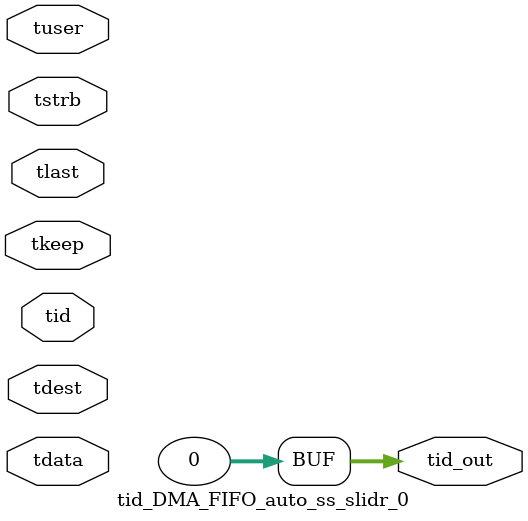
<source format=v>


`timescale 1ps/1ps

module tid_DMA_FIFO_auto_ss_slidr_0 #
(
parameter C_S_AXIS_TID_WIDTH   = 1,
parameter C_S_AXIS_TUSER_WIDTH = 0,
parameter C_S_AXIS_TDATA_WIDTH = 0,
parameter C_S_AXIS_TDEST_WIDTH = 0,
parameter C_M_AXIS_TID_WIDTH   = 32
)
(
input  [(C_S_AXIS_TID_WIDTH   == 0 ? 1 : C_S_AXIS_TID_WIDTH)-1:0       ] tid,
input  [(C_S_AXIS_TDATA_WIDTH == 0 ? 1 : C_S_AXIS_TDATA_WIDTH)-1:0     ] tdata,
input  [(C_S_AXIS_TUSER_WIDTH == 0 ? 1 : C_S_AXIS_TUSER_WIDTH)-1:0     ] tuser,
input  [(C_S_AXIS_TDEST_WIDTH == 0 ? 1 : C_S_AXIS_TDEST_WIDTH)-1:0     ] tdest,
input  [(C_S_AXIS_TDATA_WIDTH/8)-1:0 ] tkeep,
input  [(C_S_AXIS_TDATA_WIDTH/8)-1:0 ] tstrb,
input                                                                    tlast,
output [(C_M_AXIS_TID_WIDTH   == 0 ? 1 : C_M_AXIS_TID_WIDTH)-1:0       ] tid_out
);

assign tid_out = {1'b0};

endmodule


</source>
